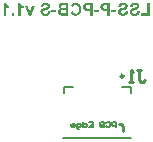
<source format=gbo>
G04*
G04 #@! TF.GenerationSoftware,Altium Limited,Altium Designer,22.0.2 (36)*
G04*
G04 Layer_Color=32896*
%FSLAX25Y25*%
%MOIN*%
G70*
G04*
G04 #@! TF.SameCoordinates,C39F9318-1882-4917-9D17-B6DD066E8D87*
G04*
G04*
G04 #@! TF.FilePolarity,Positive*
G04*
G01*
G75*
%ADD10C,0.01000*%
%ADD28C,0.00500*%
G36*
X3190Y36523D02*
X3268Y36397D01*
X3353Y36276D01*
X3437Y36180D01*
X3509Y36102D01*
X3575Y36042D01*
X3599Y36018D01*
X3617Y36000D01*
X3629Y35994D01*
X3635Y35988D01*
X3767Y35892D01*
X3893Y35808D01*
X4008Y35742D01*
X4110Y35693D01*
X4194Y35657D01*
X4254Y35627D01*
X4278Y35621D01*
X4296Y35615D01*
X4302Y35609D01*
X4308D01*
Y34888D01*
X4092Y34972D01*
X3900Y35062D01*
X3809Y35111D01*
X3725Y35165D01*
X3647Y35213D01*
X3575Y35261D01*
X3509Y35309D01*
X3449Y35351D01*
X3401Y35387D01*
X3359Y35423D01*
X3322Y35453D01*
X3298Y35471D01*
X3286Y35483D01*
X3280Y35489D01*
Y32478D01*
X2481D01*
Y36661D01*
X3130D01*
X3190Y36523D01*
D02*
G37*
G36*
X-1660D02*
X-1582Y36397D01*
X-1498Y36276D01*
X-1413Y36180D01*
X-1341Y36102D01*
X-1275Y36042D01*
X-1251Y36018D01*
X-1233Y36000D01*
X-1221Y35994D01*
X-1215Y35988D01*
X-1083Y35892D01*
X-957Y35808D01*
X-842Y35742D01*
X-740Y35693D01*
X-656Y35657D01*
X-596Y35627D01*
X-572Y35621D01*
X-554Y35615D01*
X-548Y35609D01*
X-542D01*
Y34888D01*
X-758Y34972D01*
X-951Y35062D01*
X-1041Y35111D01*
X-1125Y35165D01*
X-1203Y35213D01*
X-1275Y35261D01*
X-1341Y35309D01*
X-1401Y35351D01*
X-1450Y35387D01*
X-1491Y35423D01*
X-1528Y35453D01*
X-1552Y35471D01*
X-1564Y35483D01*
X-1570Y35489D01*
Y32478D01*
X-2369D01*
Y36661D01*
X-1720D01*
X-1660Y36523D01*
D02*
G37*
G36*
X35115Y33590D02*
X33547D01*
Y34389D01*
X35115D01*
Y33590D01*
D02*
G37*
G36*
X29304D02*
X27735D01*
Y34389D01*
X29304D01*
Y33590D01*
D02*
G37*
G36*
X15102Y33590D02*
X13533D01*
Y34389D01*
X15102D01*
Y33590D01*
D02*
G37*
G36*
X6760Y32478D02*
X6039D01*
X4843Y35495D01*
X5660D01*
X6237Y33951D01*
X6273Y33860D01*
X6297Y33776D01*
X6310Y33746D01*
X6316Y33722D01*
X6322Y33704D01*
Y33698D01*
X6328Y33668D01*
X6340Y33632D01*
X6370Y33542D01*
X6382Y33506D01*
X6394Y33470D01*
X6400Y33446D01*
X6406Y33440D01*
X6568Y33951D01*
X7139Y35495D01*
X7974D01*
X6760Y32478D01*
D02*
G37*
G36*
X21755Y36709D02*
X21911Y36691D01*
X22050Y36661D01*
X22188Y36625D01*
X22308Y36583D01*
X22428Y36535D01*
X22530Y36481D01*
X22627Y36427D01*
X22717Y36373D01*
X22789Y36318D01*
X22855Y36270D01*
X22909Y36228D01*
X22951Y36192D01*
X22981Y36162D01*
X22999Y36144D01*
X23005Y36138D01*
X23101Y36024D01*
X23179Y35904D01*
X23252Y35778D01*
X23312Y35645D01*
X23366Y35507D01*
X23408Y35375D01*
X23444Y35243D01*
X23474Y35116D01*
X23498Y34990D01*
X23510Y34882D01*
X23522Y34780D01*
X23534Y34696D01*
Y34624D01*
X23540Y34570D01*
Y34534D01*
Y34528D01*
Y34521D01*
X23534Y34341D01*
X23516Y34173D01*
X23492Y34011D01*
X23456Y33866D01*
X23420Y33728D01*
X23372Y33596D01*
X23324Y33482D01*
X23276Y33380D01*
X23228Y33283D01*
X23179Y33199D01*
X23132Y33133D01*
X23095Y33073D01*
X23059Y33031D01*
X23035Y32995D01*
X23017Y32977D01*
X23011Y32971D01*
X22909Y32869D01*
X22801Y32785D01*
X22687Y32706D01*
X22572Y32646D01*
X22458Y32592D01*
X22344Y32544D01*
X22236Y32508D01*
X22134Y32478D01*
X22032Y32454D01*
X21941Y32436D01*
X21857Y32424D01*
X21791Y32418D01*
X21731Y32412D01*
X21689Y32406D01*
X21653D01*
X21527Y32412D01*
X21413Y32418D01*
X21298Y32436D01*
X21196Y32460D01*
X21100Y32484D01*
X21010Y32508D01*
X20926Y32538D01*
X20848Y32574D01*
X20782Y32604D01*
X20721Y32634D01*
X20667Y32658D01*
X20625Y32682D01*
X20589Y32706D01*
X20565Y32724D01*
X20553Y32730D01*
X20547Y32737D01*
X20469Y32803D01*
X20397Y32875D01*
X20265Y33037D01*
X20156Y33205D01*
X20072Y33368D01*
X20036Y33446D01*
X20006Y33518D01*
X19982Y33584D01*
X19958Y33638D01*
X19940Y33686D01*
X19928Y33722D01*
X19922Y33746D01*
Y33752D01*
X20740Y34005D01*
X20787Y33842D01*
X20842Y33704D01*
X20896Y33590D01*
X20956Y33494D01*
X21004Y33422D01*
X21046Y33374D01*
X21076Y33344D01*
X21088Y33332D01*
X21184Y33259D01*
X21280Y33211D01*
X21376Y33175D01*
X21461Y33145D01*
X21539Y33133D01*
X21605Y33127D01*
X21629Y33121D01*
X21659D01*
X21743Y33127D01*
X21821Y33133D01*
X21966Y33175D01*
X22092Y33223D01*
X22194Y33290D01*
X22278Y33350D01*
X22338Y33398D01*
X22362Y33422D01*
X22380Y33440D01*
X22386Y33446D01*
X22392Y33452D01*
X22440Y33518D01*
X22482Y33596D01*
X22524Y33680D01*
X22555Y33770D01*
X22603Y33957D01*
X22639Y34143D01*
X22651Y34233D01*
X22657Y34311D01*
X22669Y34389D01*
Y34455D01*
X22675Y34503D01*
Y34546D01*
Y34576D01*
Y34582D01*
X22669Y34720D01*
X22663Y34846D01*
X22651Y34960D01*
X22633Y35068D01*
X22609Y35165D01*
X22584Y35255D01*
X22560Y35333D01*
X22530Y35405D01*
X22506Y35465D01*
X22482Y35519D01*
X22458Y35561D01*
X22434Y35597D01*
X22416Y35627D01*
X22404Y35645D01*
X22392Y35657D01*
Y35663D01*
X22338Y35724D01*
X22278Y35778D01*
X22218Y35820D01*
X22152Y35856D01*
X22026Y35916D01*
X21905Y35958D01*
X21803Y35982D01*
X21755Y35988D01*
X21719Y35994D01*
X21683Y36000D01*
X21641D01*
X21521Y35994D01*
X21413Y35970D01*
X21316Y35940D01*
X21232Y35904D01*
X21166Y35868D01*
X21118Y35838D01*
X21088Y35814D01*
X21076Y35808D01*
X20998Y35736D01*
X20926Y35651D01*
X20872Y35567D01*
X20830Y35483D01*
X20800Y35411D01*
X20782Y35357D01*
X20770Y35333D01*
Y35315D01*
X20764Y35309D01*
Y35303D01*
X19934Y35501D01*
X19994Y35675D01*
X20060Y35826D01*
X20132Y35958D01*
X20199Y36066D01*
X20265Y36150D01*
X20289Y36186D01*
X20313Y36216D01*
X20331Y36234D01*
X20349Y36252D01*
X20355Y36264D01*
X20361D01*
X20451Y36343D01*
X20553Y36415D01*
X20649Y36475D01*
X20752Y36523D01*
X20860Y36571D01*
X20962Y36607D01*
X21064Y36637D01*
X21160Y36661D01*
X21250Y36679D01*
X21335Y36691D01*
X21407Y36703D01*
X21473Y36709D01*
X21527Y36715D01*
X21599D01*
X21755Y36709D01*
D02*
G37*
G36*
X46300Y32478D02*
X43367D01*
Y33181D01*
X45459D01*
Y36607D01*
X46300D01*
Y32478D01*
D02*
G37*
G36*
X33078D02*
X32237D01*
Y34047D01*
X31491D01*
X31401Y34053D01*
X31317D01*
X31239Y34059D01*
X31167Y34065D01*
X31101Y34071D01*
X31047Y34077D01*
X30992D01*
X30950Y34083D01*
X30908Y34089D01*
X30878Y34095D01*
X30854D01*
X30836Y34101D01*
X30824D01*
X30740Y34125D01*
X30662Y34155D01*
X30590Y34185D01*
X30524Y34221D01*
X30470Y34251D01*
X30428Y34275D01*
X30404Y34293D01*
X30391Y34299D01*
X30313Y34359D01*
X30247Y34425D01*
X30181Y34497D01*
X30133Y34558D01*
X30091Y34618D01*
X30061Y34666D01*
X30043Y34696D01*
X30037Y34708D01*
X29989Y34810D01*
X29953Y34918D01*
X29929Y35032D01*
X29911Y35135D01*
X29899Y35219D01*
Y35261D01*
X29893Y35291D01*
Y35321D01*
Y35339D01*
Y35351D01*
Y35357D01*
X29905Y35531D01*
X29929Y35693D01*
X29971Y35826D01*
X30013Y35946D01*
X30037Y35994D01*
X30061Y36036D01*
X30079Y36072D01*
X30103Y36108D01*
X30115Y36132D01*
X30127Y36150D01*
X30139Y36156D01*
Y36162D01*
X30235Y36270D01*
X30331Y36361D01*
X30434Y36433D01*
X30524Y36487D01*
X30608Y36523D01*
X30674Y36553D01*
X30698Y36559D01*
X30716Y36565D01*
X30728Y36571D01*
X30734D01*
X30782Y36583D01*
X30842Y36595D01*
X30914Y36601D01*
X30986Y36607D01*
X31155Y36619D01*
X31323Y36631D01*
X31479D01*
X31545Y36637D01*
X33078D01*
Y32478D01*
D02*
G37*
G36*
X27266D02*
X26425D01*
Y34047D01*
X25680D01*
X25589Y34053D01*
X25505D01*
X25427Y34059D01*
X25355Y34065D01*
X25289Y34071D01*
X25235Y34077D01*
X25181D01*
X25139Y34083D01*
X25097Y34089D01*
X25067Y34095D01*
X25043D01*
X25025Y34101D01*
X25013D01*
X24928Y34125D01*
X24850Y34155D01*
X24778Y34185D01*
X24712Y34221D01*
X24658Y34251D01*
X24616Y34275D01*
X24592Y34293D01*
X24580Y34299D01*
X24502Y34359D01*
X24436Y34425D01*
X24370Y34497D01*
X24321Y34558D01*
X24279Y34618D01*
X24249Y34666D01*
X24231Y34696D01*
X24225Y34708D01*
X24177Y34810D01*
X24141Y34918D01*
X24117Y35032D01*
X24099Y35135D01*
X24087Y35219D01*
Y35261D01*
X24081Y35291D01*
Y35321D01*
Y35339D01*
Y35351D01*
Y35357D01*
X24093Y35531D01*
X24117Y35693D01*
X24159Y35826D01*
X24201Y35946D01*
X24225Y35994D01*
X24249Y36036D01*
X24267Y36072D01*
X24291Y36108D01*
X24303Y36132D01*
X24315Y36150D01*
X24327Y36156D01*
Y36162D01*
X24424Y36270D01*
X24520Y36361D01*
X24622Y36433D01*
X24712Y36487D01*
X24796Y36523D01*
X24862Y36553D01*
X24886Y36559D01*
X24904Y36565D01*
X24916Y36571D01*
X24922D01*
X24971Y36583D01*
X25031Y36595D01*
X25103Y36601D01*
X25175Y36607D01*
X25343Y36619D01*
X25511Y36631D01*
X25668D01*
X25734Y36637D01*
X27266D01*
Y32478D01*
D02*
G37*
G36*
X19195D02*
X17392Y32478D01*
X17290Y32484D01*
X17109D01*
X17037Y32490D01*
X16923D01*
X16881Y32496D01*
X16821D01*
X16797Y32502D01*
X16773D01*
X16653Y32520D01*
X16544Y32550D01*
X16448Y32580D01*
X16364Y32616D01*
X16298Y32646D01*
X16250Y32676D01*
X16220Y32695D01*
X16208Y32700D01*
X16124Y32767D01*
X16058Y32839D01*
X15992Y32905D01*
X15944Y32977D01*
X15901Y33037D01*
X15871Y33085D01*
X15853Y33115D01*
X15847Y33127D01*
X15805Y33229D01*
X15769Y33325D01*
X15745Y33422D01*
X15733Y33506D01*
X15721Y33578D01*
X15715Y33632D01*
Y33668D01*
Y33674D01*
Y33680D01*
X15721Y33812D01*
X15745Y33933D01*
X15781Y34035D01*
X15817Y34131D01*
X15853Y34203D01*
X15889Y34257D01*
X15913Y34293D01*
X15920Y34305D01*
X16004Y34401D01*
X16094Y34479D01*
X16196Y34546D01*
X16286Y34594D01*
X16370Y34636D01*
X16442Y34666D01*
X16466Y34672D01*
X16484Y34678D01*
X16496Y34684D01*
X16502D01*
X16406Y34738D01*
X16322Y34792D01*
X16250Y34858D01*
X16190Y34912D01*
X16148Y34966D01*
X16112Y35008D01*
X16088Y35038D01*
X16082Y35050D01*
X16028Y35147D01*
X15986Y35237D01*
X15961Y35327D01*
X15937Y35411D01*
X15925Y35483D01*
X15920Y35537D01*
Y35573D01*
Y35579D01*
Y35585D01*
X15925Y35682D01*
X15937Y35778D01*
X15961Y35856D01*
X15986Y35928D01*
X16010Y35988D01*
X16034Y36036D01*
X16046Y36060D01*
X16052Y36072D01*
X16100Y36150D01*
X16154Y36216D01*
X16208Y36276D01*
X16256Y36331D01*
X16304Y36367D01*
X16340Y36397D01*
X16364Y36415D01*
X16370Y36421D01*
X16442Y36469D01*
X16520Y36505D01*
X16593Y36535D01*
X16659Y36559D01*
X16719Y36577D01*
X16761Y36589D01*
X16791Y36595D01*
X16803D01*
X16905Y36607D01*
X17019Y36619D01*
X17140Y36625D01*
X17260Y36631D01*
X17368Y36637D01*
X19195Y36637D01*
Y32478D01*
D02*
G37*
G36*
X1117Y32478D02*
X317D01*
Y33277D01*
X1117D01*
Y32478D01*
D02*
G37*
G36*
X41492Y36709D02*
X41648Y36691D01*
X41787Y36667D01*
X41907Y36643D01*
X41961Y36625D01*
X42009Y36613D01*
X42045Y36601D01*
X42081Y36589D01*
X42105Y36577D01*
X42123Y36571D01*
X42135Y36565D01*
X42141D01*
X42261Y36505D01*
X42364Y36439D01*
X42454Y36367D01*
X42526Y36301D01*
X42586Y36240D01*
X42622Y36192D01*
X42652Y36156D01*
X42658Y36150D01*
Y36144D01*
X42718Y36042D01*
X42760Y35934D01*
X42790Y35832D01*
X42808Y35742D01*
X42820Y35663D01*
X42832Y35603D01*
Y35579D01*
Y35561D01*
Y35555D01*
Y35549D01*
X42826Y35459D01*
X42814Y35369D01*
X42796Y35291D01*
X42772Y35213D01*
X42712Y35068D01*
X42640Y34942D01*
X42610Y34888D01*
X42574Y34846D01*
X42544Y34804D01*
X42514Y34768D01*
X42490Y34744D01*
X42472Y34726D01*
X42460Y34714D01*
X42454Y34708D01*
X42399Y34666D01*
X42333Y34624D01*
X42267Y34582D01*
X42189Y34546D01*
X42039Y34473D01*
X41883Y34413D01*
X41805Y34389D01*
X41738Y34365D01*
X41672Y34347D01*
X41618Y34329D01*
X41576Y34317D01*
X41540Y34305D01*
X41516Y34299D01*
X41510D01*
X41414Y34275D01*
X41330Y34251D01*
X41252Y34233D01*
X41179Y34215D01*
X41119Y34197D01*
X41065Y34185D01*
X41017Y34167D01*
X40975Y34155D01*
X40939Y34149D01*
X40909Y34137D01*
X40867Y34125D01*
X40843Y34113D01*
X40837D01*
X40759Y34083D01*
X40699Y34053D01*
X40645Y34023D01*
X40602Y33993D01*
X40573Y33969D01*
X40554Y33951D01*
X40542Y33939D01*
X40536Y33933D01*
X40506Y33891D01*
X40482Y33848D01*
X40470Y33806D01*
X40458Y33770D01*
X40452Y33734D01*
X40446Y33704D01*
Y33686D01*
Y33680D01*
X40452Y33596D01*
X40476Y33524D01*
X40512Y33452D01*
X40548Y33392D01*
X40591Y33344D01*
X40620Y33307D01*
X40645Y33283D01*
X40657Y33277D01*
X40741Y33223D01*
X40837Y33181D01*
X40939Y33151D01*
X41035Y33133D01*
X41125Y33121D01*
X41197Y33109D01*
X41264D01*
X41402Y33115D01*
X41522Y33139D01*
X41624Y33169D01*
X41714Y33205D01*
X41787Y33241D01*
X41835Y33271D01*
X41865Y33296D01*
X41877Y33301D01*
X41955Y33386D01*
X42015Y33476D01*
X42069Y33578D01*
X42105Y33680D01*
X42135Y33770D01*
X42159Y33842D01*
X42165Y33866D01*
Y33891D01*
X42171Y33902D01*
Y33909D01*
X42988Y33830D01*
X42970Y33704D01*
X42946Y33584D01*
X42910Y33470D01*
X42880Y33368D01*
X42838Y33271D01*
X42796Y33181D01*
X42754Y33103D01*
X42712Y33031D01*
X42670Y32971D01*
X42628Y32917D01*
X42592Y32869D01*
X42556Y32827D01*
X42532Y32797D01*
X42508Y32779D01*
X42496Y32767D01*
X42490Y32761D01*
X42406Y32695D01*
X42315Y32640D01*
X42219Y32592D01*
X42117Y32550D01*
X42021Y32520D01*
X41919Y32490D01*
X41720Y32448D01*
X41630Y32430D01*
X41546Y32418D01*
X41474Y32412D01*
X41408Y32406D01*
X41354Y32400D01*
X41276D01*
X41083Y32406D01*
X40909Y32424D01*
X40753Y32448D01*
X40687Y32460D01*
X40620Y32478D01*
X40567Y32490D01*
X40518Y32502D01*
X40476Y32514D01*
X40440Y32526D01*
X40410Y32538D01*
X40392Y32544D01*
X40380Y32550D01*
X40374D01*
X40242Y32616D01*
X40134Y32689D01*
X40032Y32761D01*
X39953Y32839D01*
X39893Y32905D01*
X39845Y32965D01*
X39821Y33001D01*
X39809Y33007D01*
Y33013D01*
X39743Y33133D01*
X39689Y33247D01*
X39653Y33362D01*
X39629Y33470D01*
X39617Y33554D01*
X39611Y33596D01*
X39605Y33626D01*
Y33650D01*
Y33668D01*
Y33680D01*
Y33686D01*
X39611Y33830D01*
X39629Y33957D01*
X39659Y34071D01*
X39689Y34167D01*
X39719Y34245D01*
X39749Y34299D01*
X39767Y34335D01*
X39773Y34347D01*
X39839Y34443D01*
X39917Y34528D01*
X39996Y34600D01*
X40068Y34660D01*
X40134Y34708D01*
X40188Y34744D01*
X40224Y34768D01*
X40230Y34774D01*
X40236D01*
X40296Y34804D01*
X40356Y34834D01*
X40500Y34888D01*
X40651Y34936D01*
X40795Y34984D01*
X40861Y35002D01*
X40927Y35020D01*
X40987Y35038D01*
X41035Y35050D01*
X41077Y35062D01*
X41107Y35068D01*
X41131Y35074D01*
X41137D01*
X41246Y35105D01*
X41342Y35129D01*
X41432Y35153D01*
X41516Y35177D01*
X41582Y35201D01*
X41648Y35225D01*
X41702Y35249D01*
X41750Y35267D01*
X41793Y35285D01*
X41823Y35303D01*
X41853Y35315D01*
X41871Y35327D01*
X41901Y35345D01*
X41907Y35351D01*
X41949Y35393D01*
X41979Y35435D01*
X41997Y35477D01*
X42009Y35519D01*
X42021Y35549D01*
X42027Y35579D01*
Y35597D01*
Y35603D01*
X42021Y35663D01*
X42009Y35712D01*
X41985Y35760D01*
X41961Y35796D01*
X41937Y35826D01*
X41913Y35844D01*
X41901Y35856D01*
X41895Y35862D01*
X41811Y35916D01*
X41720Y35952D01*
X41624Y35982D01*
X41534Y36000D01*
X41456Y36012D01*
X41390Y36018D01*
X41330D01*
X41203Y36012D01*
X41095Y35994D01*
X41005Y35970D01*
X40933Y35946D01*
X40873Y35922D01*
X40831Y35898D01*
X40807Y35880D01*
X40801Y35874D01*
X40741Y35814D01*
X40687Y35742D01*
X40645Y35669D01*
X40615Y35591D01*
X40591Y35525D01*
X40578Y35471D01*
X40567Y35429D01*
Y35423D01*
Y35417D01*
X39725Y35447D01*
X39731Y35555D01*
X39749Y35651D01*
X39773Y35748D01*
X39803Y35832D01*
X39833Y35916D01*
X39869Y35994D01*
X39905Y36060D01*
X39941Y36126D01*
X39983Y36180D01*
X40020Y36228D01*
X40056Y36270D01*
X40086Y36307D01*
X40110Y36331D01*
X40128Y36349D01*
X40140Y36361D01*
X40146Y36367D01*
X40224Y36427D01*
X40308Y36481D01*
X40398Y36529D01*
X40494Y36571D01*
X40591Y36601D01*
X40687Y36631D01*
X40879Y36673D01*
X40969Y36685D01*
X41047Y36697D01*
X41125Y36703D01*
X41192Y36709D01*
X41246Y36715D01*
X41318D01*
X41492Y36709D01*
D02*
G37*
G36*
X37616D02*
X37772Y36691D01*
X37910Y36667D01*
X38030Y36643D01*
X38084Y36625D01*
X38132Y36613D01*
X38168Y36601D01*
X38205Y36589D01*
X38229Y36577D01*
X38247Y36571D01*
X38259Y36565D01*
X38265D01*
X38385Y36505D01*
X38487Y36439D01*
X38577Y36367D01*
X38649Y36301D01*
X38709Y36240D01*
X38745Y36192D01*
X38776Y36156D01*
X38781Y36150D01*
Y36144D01*
X38842Y36042D01*
X38884Y35934D01*
X38914Y35832D01*
X38932Y35742D01*
X38944Y35663D01*
X38956Y35603D01*
Y35579D01*
Y35561D01*
Y35555D01*
Y35549D01*
X38950Y35459D01*
X38938Y35369D01*
X38920Y35291D01*
X38896Y35213D01*
X38836Y35068D01*
X38763Y34942D01*
X38733Y34888D01*
X38697Y34846D01*
X38667Y34804D01*
X38637Y34768D01*
X38613Y34744D01*
X38595Y34726D01*
X38583Y34714D01*
X38577Y34708D01*
X38523Y34666D01*
X38457Y34624D01*
X38391Y34582D01*
X38313Y34546D01*
X38162Y34473D01*
X38006Y34413D01*
X37928Y34389D01*
X37862Y34365D01*
X37796Y34347D01*
X37742Y34329D01*
X37700Y34317D01*
X37664Y34305D01*
X37640Y34299D01*
X37634D01*
X37537Y34275D01*
X37453Y34251D01*
X37375Y34233D01*
X37303Y34215D01*
X37243Y34197D01*
X37189Y34185D01*
X37141Y34167D01*
X37099Y34155D01*
X37063Y34149D01*
X37033Y34137D01*
X36990Y34125D01*
X36966Y34113D01*
X36961D01*
X36882Y34083D01*
X36822Y34053D01*
X36768Y34023D01*
X36726Y33993D01*
X36696Y33969D01*
X36678Y33951D01*
X36666Y33939D01*
X36660Y33933D01*
X36630Y33891D01*
X36606Y33848D01*
X36594Y33806D01*
X36582Y33770D01*
X36576Y33734D01*
X36570Y33704D01*
Y33686D01*
Y33680D01*
X36576Y33596D01*
X36600Y33524D01*
X36636Y33452D01*
X36672Y33392D01*
X36714Y33344D01*
X36744Y33307D01*
X36768Y33283D01*
X36780Y33277D01*
X36864Y33223D01*
X36961Y33181D01*
X37063Y33151D01*
X37159Y33133D01*
X37249Y33121D01*
X37321Y33109D01*
X37387D01*
X37525Y33115D01*
X37646Y33139D01*
X37748Y33169D01*
X37838Y33205D01*
X37910Y33241D01*
X37958Y33271D01*
X37988Y33296D01*
X38000Y33301D01*
X38078Y33386D01*
X38138Y33476D01*
X38192Y33578D01*
X38229Y33680D01*
X38259Y33770D01*
X38283Y33842D01*
X38289Y33866D01*
Y33891D01*
X38295Y33902D01*
Y33909D01*
X39112Y33830D01*
X39094Y33704D01*
X39070Y33584D01*
X39034Y33470D01*
X39004Y33368D01*
X38962Y33271D01*
X38920Y33181D01*
X38878Y33103D01*
X38836Y33031D01*
X38794Y32971D01*
X38751Y32917D01*
X38715Y32869D01*
X38679Y32827D01*
X38655Y32797D01*
X38631Y32779D01*
X38619Y32767D01*
X38613Y32761D01*
X38529Y32695D01*
X38439Y32640D01*
X38343Y32592D01*
X38241Y32550D01*
X38144Y32520D01*
X38042Y32490D01*
X37844Y32448D01*
X37754Y32430D01*
X37670Y32418D01*
X37598Y32412D01*
X37531Y32406D01*
X37477Y32400D01*
X37399D01*
X37207Y32406D01*
X37033Y32424D01*
X36876Y32448D01*
X36810Y32460D01*
X36744Y32478D01*
X36690Y32490D01*
X36642Y32502D01*
X36600Y32514D01*
X36564Y32526D01*
X36534Y32538D01*
X36516Y32544D01*
X36504Y32550D01*
X36498D01*
X36366Y32616D01*
X36257Y32689D01*
X36155Y32761D01*
X36077Y32839D01*
X36017Y32905D01*
X35969Y32965D01*
X35945Y33001D01*
X35933Y33007D01*
Y33013D01*
X35867Y33133D01*
X35813Y33247D01*
X35776Y33362D01*
X35752Y33470D01*
X35740Y33554D01*
X35734Y33596D01*
X35728Y33626D01*
Y33650D01*
Y33668D01*
Y33680D01*
Y33686D01*
X35734Y33830D01*
X35752Y33957D01*
X35783Y34071D01*
X35813Y34167D01*
X35843Y34245D01*
X35873Y34299D01*
X35891Y34335D01*
X35897Y34347D01*
X35963Y34443D01*
X36041Y34528D01*
X36119Y34600D01*
X36191Y34660D01*
X36257Y34708D01*
X36311Y34744D01*
X36347Y34768D01*
X36353Y34774D01*
X36360D01*
X36420Y34804D01*
X36480Y34834D01*
X36624Y34888D01*
X36774Y34936D01*
X36918Y34984D01*
X36985Y35002D01*
X37051Y35020D01*
X37111Y35038D01*
X37159Y35050D01*
X37201Y35062D01*
X37231Y35068D01*
X37255Y35074D01*
X37261D01*
X37369Y35105D01*
X37465Y35129D01*
X37556Y35153D01*
X37640Y35177D01*
X37706Y35201D01*
X37772Y35225D01*
X37826Y35249D01*
X37874Y35267D01*
X37916Y35285D01*
X37946Y35303D01*
X37976Y35315D01*
X37994Y35327D01*
X38024Y35345D01*
X38030Y35351D01*
X38072Y35393D01*
X38102Y35435D01*
X38120Y35477D01*
X38132Y35519D01*
X38144Y35549D01*
X38150Y35579D01*
Y35597D01*
Y35603D01*
X38144Y35663D01*
X38132Y35712D01*
X38108Y35760D01*
X38084Y35796D01*
X38060Y35826D01*
X38036Y35844D01*
X38024Y35856D01*
X38018Y35862D01*
X37934Y35916D01*
X37844Y35952D01*
X37748Y35982D01*
X37658Y36000D01*
X37580Y36012D01*
X37513Y36018D01*
X37453D01*
X37327Y36012D01*
X37219Y35994D01*
X37129Y35970D01*
X37057Y35946D01*
X36996Y35922D01*
X36955Y35898D01*
X36930Y35880D01*
X36924Y35874D01*
X36864Y35814D01*
X36810Y35742D01*
X36768Y35669D01*
X36738Y35591D01*
X36714Y35525D01*
X36702Y35471D01*
X36690Y35429D01*
Y35423D01*
Y35417D01*
X35849Y35447D01*
X35855Y35555D01*
X35873Y35651D01*
X35897Y35748D01*
X35927Y35832D01*
X35957Y35916D01*
X35993Y35994D01*
X36029Y36060D01*
X36065Y36126D01*
X36107Y36180D01*
X36143Y36228D01*
X36179Y36270D01*
X36209Y36307D01*
X36233Y36331D01*
X36251Y36349D01*
X36263Y36361D01*
X36269Y36367D01*
X36347Y36427D01*
X36432Y36481D01*
X36522Y36529D01*
X36618Y36571D01*
X36714Y36601D01*
X36810Y36631D01*
X37003Y36673D01*
X37093Y36685D01*
X37171Y36697D01*
X37249Y36703D01*
X37315Y36709D01*
X37369Y36715D01*
X37441D01*
X37616Y36709D01*
D02*
G37*
G36*
X11791Y36709D02*
X11947Y36691D01*
X12085Y36667D01*
X12205Y36643D01*
X12259Y36625D01*
X12307Y36613D01*
X12343Y36601D01*
X12380Y36589D01*
X12404Y36577D01*
X12422Y36571D01*
X12434Y36565D01*
X12440D01*
X12560Y36505D01*
X12662Y36439D01*
X12752Y36367D01*
X12824Y36301D01*
X12884Y36240D01*
X12921Y36192D01*
X12950Y36156D01*
X12957Y36150D01*
Y36144D01*
X13017Y36042D01*
X13059Y35934D01*
X13089Y35832D01*
X13107Y35742D01*
X13119Y35663D01*
X13131Y35603D01*
Y35579D01*
Y35561D01*
Y35555D01*
Y35549D01*
X13125Y35459D01*
X13113Y35369D01*
X13095Y35291D01*
X13071Y35213D01*
X13011Y35068D01*
X12938Y34942D01*
X12908Y34888D01*
X12872Y34846D01*
X12842Y34804D01*
X12812Y34768D01*
X12788Y34744D01*
X12770Y34726D01*
X12758Y34714D01*
X12752Y34708D01*
X12698Y34666D01*
X12632Y34624D01*
X12566Y34582D01*
X12488Y34546D01*
X12337Y34473D01*
X12181Y34413D01*
X12103Y34389D01*
X12037Y34365D01*
X11971Y34347D01*
X11917Y34329D01*
X11875Y34317D01*
X11839Y34305D01*
X11815Y34299D01*
X11809D01*
X11712Y34275D01*
X11628Y34251D01*
X11550Y34233D01*
X11478Y34215D01*
X11418Y34197D01*
X11364Y34185D01*
X11316Y34167D01*
X11274Y34155D01*
X11238Y34149D01*
X11208Y34137D01*
X11165Y34125D01*
X11141Y34113D01*
X11135D01*
X11057Y34083D01*
X10997Y34053D01*
X10943Y34023D01*
X10901Y33993D01*
X10871Y33969D01*
X10853Y33951D01*
X10841Y33939D01*
X10835Y33933D01*
X10805Y33891D01*
X10781Y33848D01*
X10769Y33806D01*
X10757Y33770D01*
X10751Y33734D01*
X10745Y33704D01*
Y33686D01*
Y33680D01*
X10751Y33596D01*
X10775Y33524D01*
X10811Y33452D01*
X10847Y33392D01*
X10889Y33344D01*
X10919Y33307D01*
X10943Y33283D01*
X10955Y33277D01*
X11039Y33223D01*
X11135Y33181D01*
X11238Y33151D01*
X11334Y33133D01*
X11424Y33121D01*
X11496Y33109D01*
X11562D01*
X11700Y33115D01*
X11821Y33139D01*
X11923Y33169D01*
X12013Y33205D01*
X12085Y33241D01*
X12133Y33271D01*
X12163Y33296D01*
X12175Y33301D01*
X12253Y33386D01*
X12314Y33476D01*
X12368Y33578D01*
X12404Y33680D01*
X12434Y33770D01*
X12458Y33842D01*
X12464Y33866D01*
Y33891D01*
X12470Y33902D01*
Y33909D01*
X13287Y33830D01*
X13269Y33704D01*
X13245Y33584D01*
X13209Y33470D01*
X13179Y33368D01*
X13137Y33271D01*
X13095Y33181D01*
X13053Y33103D01*
X13011Y33031D01*
X12968Y32971D01*
X12926Y32917D01*
X12890Y32869D01*
X12854Y32827D01*
X12830Y32797D01*
X12806Y32779D01*
X12794Y32767D01*
X12788Y32761D01*
X12704Y32695D01*
X12614Y32640D01*
X12518Y32592D01*
X12416Y32550D01*
X12319Y32520D01*
X12217Y32490D01*
X12019Y32448D01*
X11929Y32430D01*
X11845Y32418D01*
X11772Y32412D01*
X11706Y32406D01*
X11652Y32400D01*
X11574D01*
X11382Y32406D01*
X11208Y32424D01*
X11051Y32448D01*
X10985Y32460D01*
X10919Y32478D01*
X10865Y32490D01*
X10817Y32502D01*
X10775Y32514D01*
X10739Y32526D01*
X10709Y32538D01*
X10691Y32544D01*
X10679Y32550D01*
X10673D01*
X10541Y32616D01*
X10432Y32689D01*
X10330Y32761D01*
X10252Y32839D01*
X10192Y32905D01*
X10144Y32965D01*
X10120Y33001D01*
X10108Y33007D01*
Y33013D01*
X10042Y33133D01*
X9988Y33247D01*
X9951Y33362D01*
X9928Y33470D01*
X9916Y33554D01*
X9909Y33596D01*
X9903Y33626D01*
Y33650D01*
Y33668D01*
Y33680D01*
Y33686D01*
X9909Y33830D01*
X9928Y33957D01*
X9957Y34071D01*
X9988Y34167D01*
X10018Y34245D01*
X10048Y34299D01*
X10066Y34335D01*
X10072Y34347D01*
X10138Y34443D01*
X10216Y34528D01*
X10294Y34600D01*
X10366Y34660D01*
X10432Y34708D01*
X10486Y34744D01*
X10522Y34768D01*
X10528Y34774D01*
X10535D01*
X10595Y34804D01*
X10655Y34834D01*
X10799Y34888D01*
X10949Y34936D01*
X11093Y34984D01*
X11159Y35002D01*
X11226Y35020D01*
X11286Y35038D01*
X11334Y35050D01*
X11376Y35062D01*
X11406Y35068D01*
X11430Y35074D01*
X11436D01*
X11544Y35105D01*
X11640Y35129D01*
X11731Y35153D01*
X11815Y35177D01*
X11881Y35201D01*
X11947Y35225D01*
X12001Y35249D01*
X12049Y35267D01*
X12091Y35285D01*
X12121Y35303D01*
X12151Y35315D01*
X12169Y35327D01*
X12199Y35345D01*
X12205Y35351D01*
X12247Y35393D01*
X12277Y35435D01*
X12295Y35477D01*
X12307Y35519D01*
X12319Y35549D01*
X12325Y35579D01*
Y35597D01*
Y35603D01*
X12319Y35663D01*
X12307Y35712D01*
X12283Y35760D01*
X12259Y35796D01*
X12235Y35826D01*
X12211Y35844D01*
X12199Y35856D01*
X12193Y35862D01*
X12109Y35916D01*
X12019Y35952D01*
X11923Y35982D01*
X11833Y36000D01*
X11755Y36012D01*
X11688Y36018D01*
X11628D01*
X11502Y36012D01*
X11394Y35994D01*
X11304Y35970D01*
X11232Y35946D01*
X11172Y35922D01*
X11129Y35898D01*
X11105Y35880D01*
X11099Y35874D01*
X11039Y35814D01*
X10985Y35742D01*
X10943Y35669D01*
X10913Y35591D01*
X10889Y35525D01*
X10877Y35471D01*
X10865Y35429D01*
Y35423D01*
Y35417D01*
X10024Y35447D01*
X10030Y35555D01*
X10048Y35651D01*
X10072Y35748D01*
X10102Y35832D01*
X10132Y35916D01*
X10168Y35994D01*
X10204Y36060D01*
X10240Y36126D01*
X10282Y36180D01*
X10318Y36228D01*
X10354Y36270D01*
X10384Y36307D01*
X10408Y36331D01*
X10426Y36349D01*
X10438Y36361D01*
X10444Y36367D01*
X10522Y36427D01*
X10607Y36481D01*
X10697Y36529D01*
X10793Y36571D01*
X10889Y36601D01*
X10985Y36631D01*
X11178Y36673D01*
X11268Y36685D01*
X11346Y36697D01*
X11424Y36703D01*
X11490Y36709D01*
X11544Y36715D01*
X11616D01*
X11791Y36709D01*
D02*
G37*
%LPC*%
G36*
X32237Y35934D02*
X31612D01*
X31552Y35928D01*
X31497D01*
X31443Y35922D01*
X31365D01*
X31305Y35916D01*
X31263Y35910D01*
X31239Y35904D01*
X31233D01*
X31161Y35886D01*
X31095Y35862D01*
X31035Y35832D01*
X30986Y35796D01*
X30950Y35766D01*
X30920Y35742D01*
X30902Y35724D01*
X30896Y35717D01*
X30848Y35657D01*
X30818Y35597D01*
X30794Y35531D01*
X30776Y35471D01*
X30764Y35417D01*
X30758Y35375D01*
Y35351D01*
Y35339D01*
X30764Y35273D01*
X30770Y35213D01*
X30788Y35159D01*
X30806Y35111D01*
X30824Y35068D01*
X30836Y35038D01*
X30848Y35020D01*
X30854Y35014D01*
X30890Y34966D01*
X30938Y34924D01*
X30981Y34888D01*
X31023Y34858D01*
X31059Y34840D01*
X31089Y34822D01*
X31113Y34816D01*
X31119Y34810D01*
X31155Y34798D01*
X31197Y34792D01*
X31293Y34774D01*
X31401Y34762D01*
X31509Y34756D01*
X31618D01*
X31660Y34750D01*
X32237D01*
Y35934D01*
D02*
G37*
G36*
X26425D02*
X25800D01*
X25740Y35928D01*
X25686D01*
X25632Y35922D01*
X25554D01*
X25493Y35916D01*
X25451Y35910D01*
X25427Y35904D01*
X25421D01*
X25349Y35886D01*
X25283Y35862D01*
X25223Y35832D01*
X25175Y35796D01*
X25139Y35766D01*
X25109Y35742D01*
X25091Y35724D01*
X25085Y35717D01*
X25037Y35657D01*
X25007Y35597D01*
X24983Y35531D01*
X24964Y35471D01*
X24952Y35417D01*
X24947Y35375D01*
Y35351D01*
Y35339D01*
X24952Y35273D01*
X24959Y35213D01*
X24976Y35159D01*
X24995Y35111D01*
X25013Y35068D01*
X25025Y35038D01*
X25037Y35020D01*
X25043Y35014D01*
X25079Y34966D01*
X25127Y34924D01*
X25169Y34888D01*
X25211Y34858D01*
X25247Y34840D01*
X25277Y34822D01*
X25301Y34816D01*
X25307Y34810D01*
X25343Y34798D01*
X25385Y34792D01*
X25481Y34774D01*
X25589Y34762D01*
X25698Y34756D01*
X25806D01*
X25848Y34750D01*
X26425D01*
Y35934D01*
D02*
G37*
G36*
X18353Y35946D02*
X17518Y35946D01*
X17452Y35940D01*
X17296D01*
X17260Y35934D01*
X17194D01*
X17169Y35928D01*
X17164D01*
X17091Y35916D01*
X17025Y35898D01*
X16971Y35874D01*
X16923Y35850D01*
X16893Y35826D01*
X16863Y35802D01*
X16851Y35790D01*
X16845Y35784D01*
X16809Y35735D01*
X16785Y35682D01*
X16761Y35633D01*
X16749Y35585D01*
X16743Y35537D01*
X16737Y35501D01*
Y35477D01*
Y35471D01*
X16743Y35399D01*
X16755Y35333D01*
X16779Y35279D01*
X16797Y35231D01*
X16821Y35189D01*
X16845Y35165D01*
X16857Y35147D01*
X16863Y35141D01*
X16911Y35098D01*
X16965Y35068D01*
X17019Y35044D01*
X17073Y35026D01*
X17128Y35008D01*
X17164Y35002D01*
X17188Y34996D01*
X17224D01*
X17260Y34990D01*
X17446D01*
X17548Y34984D01*
X18353Y34984D01*
Y35946D01*
D02*
G37*
G36*
Y34293D02*
X17482Y34293D01*
X17398Y34287D01*
X17326Y34281D01*
X17254D01*
X17194Y34275D01*
X17140Y34269D01*
X17097Y34263D01*
X17055Y34257D01*
X17025Y34251D01*
X16977Y34245D01*
X16947Y34233D01*
X16941D01*
X16881Y34209D01*
X16827Y34179D01*
X16779Y34149D01*
X16743Y34113D01*
X16713Y34089D01*
X16695Y34065D01*
X16683Y34047D01*
X16677Y34041D01*
X16647Y33987D01*
X16623Y33933D01*
X16605Y33885D01*
X16593Y33830D01*
X16587Y33788D01*
X16580Y33752D01*
Y33728D01*
Y33722D01*
X16587Y33644D01*
X16599Y33572D01*
X16617Y33512D01*
X16641Y33464D01*
X16665Y33422D01*
X16683Y33392D01*
X16695Y33374D01*
X16701Y33368D01*
X16749Y33325D01*
X16797Y33290D01*
X16851Y33259D01*
X16899Y33235D01*
X16941Y33223D01*
X16977Y33211D01*
X17001Y33205D01*
X17007D01*
X17031Y33199D01*
X17067D01*
X17145Y33193D01*
X17242Y33187D01*
X17338D01*
X17428Y33181D01*
X18353Y33181D01*
Y34293D01*
D02*
G37*
%LPD*%
D10*
X37654Y12312D02*
G03*
X37654Y12312I-500J0D01*
G01*
X37454Y-6088D02*
Y-4288D01*
X36754Y-3588D02*
X37454Y-4288D01*
X36054Y-3588D02*
X36754D01*
X41952Y14358D02*
X43285D01*
X42619D01*
Y11026D01*
X43285Y10360D01*
X43952D01*
X44618Y11026D01*
X40620Y10360D02*
X39287D01*
X39953D01*
Y14358D01*
X40620Y13692D01*
D28*
X17454Y-8288D02*
X39954D01*
X17754Y6812D02*
Y8612D01*
X20754D01*
X39954Y6812D02*
Y8612D01*
X36954D02*
X39954D01*
X35154Y-4832D02*
Y-2864D01*
X34170D01*
X33842Y-3192D01*
Y-3848D01*
X34170Y-4176D01*
X35154D01*
X31874Y-3192D02*
X32202Y-2864D01*
X32858D01*
X33186Y-3192D01*
Y-4504D01*
X32858Y-4832D01*
X32202D01*
X31874Y-4504D01*
X31218Y-2864D02*
Y-4832D01*
X30235D01*
X29906Y-4504D01*
Y-4176D01*
X30235Y-3848D01*
X31218D01*
X30235D01*
X29906Y-3520D01*
Y-3192D01*
X30235Y-2864D01*
X31218D01*
X25971D02*
X27283D01*
Y-4832D01*
X25971D01*
X27283Y-3848D02*
X26627D01*
X24003Y-2864D02*
Y-4832D01*
X24987D01*
X25315Y-4504D01*
Y-3848D01*
X24987Y-3520D01*
X24003D01*
X22691Y-5488D02*
X22363D01*
X22035Y-5160D01*
Y-3520D01*
X23019D01*
X23347Y-3848D01*
Y-4504D01*
X23019Y-4832D01*
X22035D01*
X20395D02*
X21051D01*
X21379Y-4504D01*
Y-3848D01*
X21051Y-3520D01*
X20395D01*
X20067Y-3848D01*
Y-4176D01*
X21379D01*
M02*

</source>
